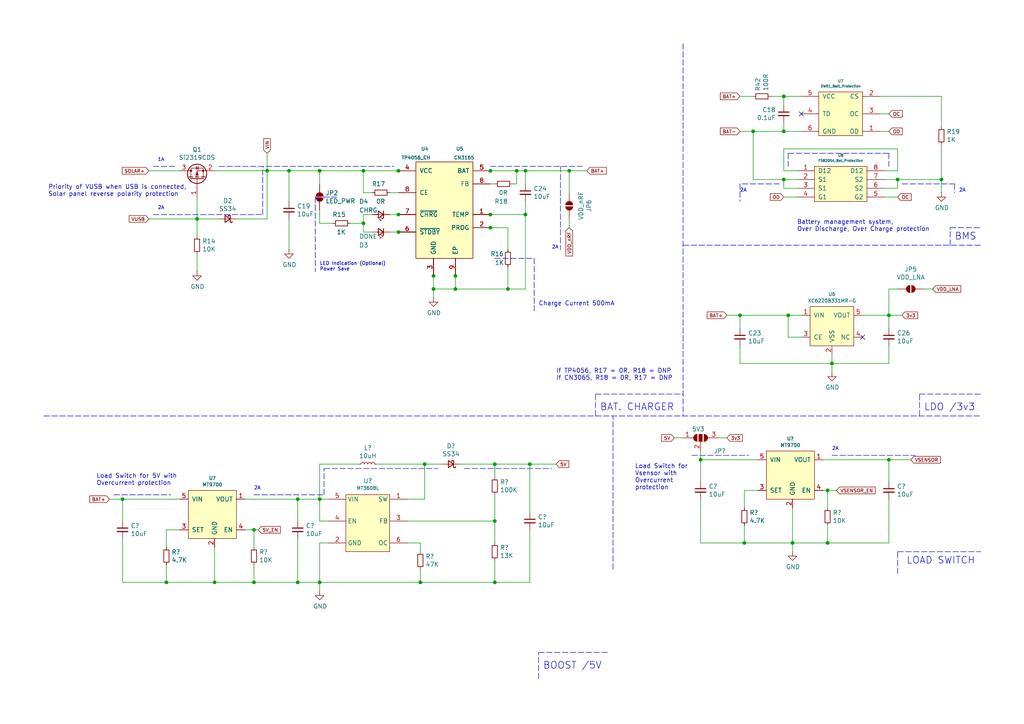
<source format=kicad_sch>
(kicad_sch (version 20250114) (generator "eeschema") (generator_version "9.0")
  (paper "A4")
  (title_block (date "2025-05-08"))
  (lib_symbols
    (symbol "Common:CN3065" (pin_names (offset 1.016))
      (property "Reference" "U" (at 1.27 12.7 0))
      (property "Value" "Common_CN3065" (at 0 2.54 0))
      (symbol "CN3065_0_1"
        (rectangle (start -8.89 11.43) (end 7.62 -16.51) (fill (type background)))
      )
      (symbol "CN3065_1_1"
        (pin input line (at -13.97 8.89 0) (length 5.08) (name "VCC") (number "4"))
        (pin passive line (at -13.97 -3.81 0) (length 5.08) (name "~{CHRG}") (number "7"))
        (pin passive line (at -13.97 -8.89 0) (length 5.08) (name "~{STDBY}") (number "6"))
        (pin passive line (at -3.81 -21.59 90) (length 5.08) (name "GND") (number "3"))
        (pin passive line (at 2.54 -21.59 90) (length 5.08) (name "EP") (number "9"))
        (pin input line (at 12.7 8.89 180) (length 5.08) (name "BAT") (number "5"))
        (pin input line (at 12.7 5.08 180) (length 5.08) (name "FB") (number "8"))
        (pin input line (at 12.7 -3.81 180) (length 5.08) (name "TEMP") (number "1"))
        (pin input line (at 12.7 -7.62 180) (length 5.08) (name "PROG") (number "2"))
      )
    )
    (symbol "Common:DW01_Batt_Protection" (pin_names (offset 1.016))
      (property "Reference" "U" (at 0 7.62 0))
      (property "Value" "Common_DW01_Batt_Protection" (at 0 -7.62 0))
      (symbol "DW01_Batt_Protection_0_1"
        (rectangle (start -6.35 6.35) (end 6.35 -6.35) (fill (type background)))
      )
      (symbol "DW01_Batt_Protection_1_1"
        (pin input line (at -11.43 5.08 0) (length 5.08) (name "VCC") (number "5"))
        (pin input line (at -11.43 0 0) (length 5.08) (name "TD") (number "4"))
        (pin input line (at -11.43 -5.08 0) (length 5.08) (name "GND") (number "6"))
        (pin input line (at 11.43 5.08 180) (length 5.08) (name "CS") (number "2"))
        (pin output line (at 11.43 0 180) (length 5.08) (name "OC") (number "3"))
        (pin output line (at 11.43 -5.08 180) (length 5.08) (name "OD") (number "1"))
      )
    )
    (symbol "Common:FS8205A_Bat_Protection" (pin_names (offset 1.016))
      (property "Reference" "U?" (at 0 6.35 0))
      (property "Value" "Common_FS8205A_Bat_Protection" (at 0 -6.35 0))
      (symbol "FS8205A_Bat_Protection_0_1"
        (rectangle (start -7.62 5.08) (end 7.62 -5.08) (fill (type background)))
      )
      (symbol "FS8205A_Bat_Protection_1_1"
        (pin passive line (at -12.7 3.81 0) (length 5.08) (name "D12") (number "1"))
        (pin input line (at -12.7 1.27 0) (length 5.08) (name "S1") (number "2"))
        (pin input line (at -12.7 -1.27 0) (length 5.08) (name "S1") (number "3"))
        (pin input line (at -12.7 -3.81 0) (length 5.08) (name "G1") (number "4"))
        (pin passive line (at 12.7 3.81 180) (length 5.08) (name "D12") (number "8"))
        (pin input line (at 12.7 1.27 180) (length 5.08) (name "S2") (number "7"))
        (pin input line (at 12.7 -1.27 180) (length 5.08) (name "S2") (number "6"))
        (pin input line (at 12.7 -3.81 180) (length 5.08) (name "G2") (number "5"))
      )
    )
    (symbol "Common:MT3608L"
      (property "Reference" "U" (at 0 8.89 0))
      (property "Value" "Common_MT3608L" (at 0 -10.16 0))
      (symbol "MT3608L_0_1"
        (rectangle (start -6.35 7.62) (end 6.35 -8.89) (fill (type background)))
      )
      (symbol "MT3608L_1_1"
        (pin passive line (at -11.43 6.35 0) (length 5.08) (name "VIN") (number "5"))
        (pin passive line (at -11.43 0 0) (length 5.08) (name "EN") (number "4"))
        (pin passive line (at -11.43 -6.35 0) (length 5.08) (name "GND") (number "2"))
        (pin passive line (at 11.43 6.35 180) (length 5.08) (name "SW") (number "1"))
        (pin passive line (at 11.43 0 180) (length 5.08) (name "FB") (number "3"))
        (pin passive line (at 11.43 -6.35 180) (length 5.08) (name "OC") (number "6"))
      )
    )
    (symbol "Common:MT9700" (pin_names (offset 1.016))
      (property "Reference" "U" (at -3.81 10.16 0))
      (property "Value" "Common_MT9700" (at -2.54 7.62 0))
      (symbol "MT9700_0_1"
        (rectangle (start -7.62 6.35) (end 6.35 -7.62) (fill (type background)))
      )
      (symbol "MT9700_1_1"
        (pin input line (at -10.16 3.81 0) (length 2.54) (name "VIN") (number "5"))
        (pin input line (at -10.16 -5.08 0) (length 2.54) (name "SET") (number "3"))
        (pin input line (at 0 -10.16 90) (length 2.54) (name "GND") (number "2"))
        (pin input line (at 8.89 3.81 180) (length 2.54) (name "VOUT") (number "1"))
        (pin input line (at 8.89 -5.08 180) (length 2.54) (name "EN") (number "4"))
      )
    )
    (symbol "Common:TP4056_CH" (pin_names (offset 1.016))
      (property "Reference" "U" (at 1.27 12.7 0))
      (property "Value" "Common_TP4056_CH" (at 0 2.54 0))
      (symbol "TP4056_CH_0_1"
        (rectangle (start -8.89 11.43) (end 7.62 -16.51) (fill (type background)))
      )
      (symbol "TP4056_CH_1_1"
        (pin input line (at -13.97 8.89 0) (length 5.08) (name "VCC") (number "4"))
        (pin input line (at -13.97 2.54 0) (length 5.08) (name "CE") (number "8"))
        (pin passive line (at -13.97 -3.81 0) (length 5.08) (name "~{CHRG}") (number "7"))
        (pin passive line (at -13.97 -8.89 0) (length 5.08) (name "~{STDBY}") (number "6"))
        (pin passive line (at -3.81 -21.59 90) (length 5.08) (name "GND") (number "3"))
        (pin passive line (at 2.54 -21.59 90) (length 5.08) (name "EP") (number "9"))
        (pin input line (at 12.7 8.89 180) (length 5.08) (name "BAT") (number "5"))
        (pin input line (at 12.7 -3.81 180) (length 5.08) (name "TEMP") (number "1"))
        (pin input line (at 12.7 -7.62 180) (length 5.08) (name "PROG") (number "2"))
      )
    )
    (symbol "Common:XC6220B331MR-G" (pin_names (offset 1.016))
      (property "Reference" "U?" (at 0 7.62 0))
      (property "Value" "Common_XC6220B331MR-G" (at 0 5.08 0))
      (symbol "XC6220B331MR-G_0_1"
        (rectangle (start -6.35 3.81) (end 6.35 -7.62) (fill (type background)))
      )
      (symbol "XC6220B331MR-G_1_1"
        (pin input line (at -8.89 1.27 0) (length 2.54) (name "VIN") (number "1"))
        (pin passive line (at -8.89 -5.08 0) (length 2.54) (name "CE") (number "3"))
        (pin input line (at 0 -10.16 90) (length 2.54) (name "VSS") (number "2"))
        (pin input line (at 8.89 1.27 180) (length 2.54) (name "VOUT") (number "5"))
        (pin passive line (at 8.89 -5.08 180) (length 2.54) (name "NC") (number "4"))
      )
    )
    (symbol "Device:C_Small" (pin_numbers (hide yes)) (pin_names (offset 0.254) (hide yes))
      (property "Reference" "C" (at 0.254 1.778 0))
      (property "Value" "C_Small" (at 0.254 -2.032 0))
      (symbol "C_Small_0_1"
        (polyline (pts (xy -1.524 0.508) (xy 1.524 0.508)) (stroke (width 0.3048)))
        (polyline (pts (xy -1.524 -0.508) (xy 1.524 -0.508)) (stroke (width 0.3302)))
      )
      (symbol "C_Small_1_1"
        (pin passive line (at 0 2.54 270) (length 2.032) (name "~") (number "1"))
        (pin passive line (at 0 -2.54 90) (length 2.032) (name "~") (number "2"))
      )
    )
    (symbol "Device:D_Schottky_Small" (pin_numbers (hide yes)) (pin_names (offset 0.254) (hide yes))
      (property "Reference" "D" (at -1.27 2.032 0))
      (property "Value" "D_Schottky_Small" (at -7.112 -2.032 0))
      (symbol "D_Schottky_Small_0_1"
        (polyline (pts (xy -1.27 0.762) (xy -1.27 1.016) (xy -0.762 1.016) (xy -0.762 -1.016) (xy -0.254 -1.016) (xy -0.254 -0.762)) (stroke (width 0.254)))
        (polyline (pts (xy -0.762 0) (xy 0.762 0)))
        (polyline (pts (xy 0.762 -1.016) (xy -0.762 0) (xy 0.762 1.016) (xy 0.762 -1.016)) (stroke (width 0.254)))
      )
      (symbol "D_Schottky_Small_1_1"
        (pin passive line (at -2.54 0 0) (length 1.778) (name "K") (number "1"))
        (pin passive line (at 2.54 0 180) (length 1.778) (name "A") (number "2"))
      )
    )
    (symbol "Device:LED_Small" (pin_numbers (hide yes)) (pin_names (offset 0.254) (hide yes))
      (property "Reference" "D" (at -1.27 3.175 0))
      (property "Value" "LED_Small" (at -4.445 -2.54 0))
      (symbol "LED_Small_0_1"
        (polyline (pts (xy -0.762 -1.016) (xy -0.762 1.016)) (stroke (width 0.254)))
        (polyline (pts (xy 0 0.762) (xy -0.508 1.27) (xy -0.254 1.27) (xy -0.508 1.27) (xy -0.508 1.016)))
        (polyline (pts (xy 0.508 1.27) (xy 0 1.778) (xy 0.254 1.778) (xy 0 1.778) (xy 0 1.524)))
        (polyline (pts (xy 0.762 -1.016) (xy -0.762 0) (xy 0.762 1.016) (xy 0.762 -1.016)) (stroke (width 0.254)))
        (polyline (pts (xy 1.016 0) (xy -0.762 0)))
      )
      (symbol "LED_Small_1_1"
        (pin passive line (at -2.54 0 0) (length 1.778) (name "K") (number "1"))
        (pin passive line (at 2.54 0 180) (length 1.778) (name "A") (number "2"))
      )
    )
    (symbol "Device:L_Small" (pin_numbers (hide yes)) (pin_names (offset 0.254) (hide yes))
      (property "Reference" "L" (at 0.762 1.016 0))
      (property "Value" "L_Small" (at 0.762 -1.016 0))
      (symbol "L_Small_0_1"
        (arc (start 0 2.032) (mid 0.5058 1.524) (end 0 1.016))
        (arc (start 0 1.016) (mid 0.5058 0.508) (end 0 0))
        (arc (start 0 0) (mid 0.5058 -0.508) (end 0 -1.016))
        (arc (start 0 -1.016) (mid 0.5058 -1.524) (end 0 -2.032))
      )
      (symbol "L_Small_1_1"
        (pin passive line (at 0 2.54 270) (length 0.508) (name "~") (number "1"))
        (pin passive line (at 0 -2.54 90) (length 0.508) (name "~") (number "2"))
      )
    )
    (symbol "Device:R_Small" (pin_numbers (hide yes)) (pin_names (offset 0.254) (hide yes))
      (property "Reference" "R" (at 0.762 0.508 0))
      (property "Value" "R_Small" (at 0.762 -1.016 0))
      (symbol "R_Small_0_1"
        (rectangle (start -0.762 1.778) (end 0.762 -1.778) (stroke (width 0.2032)))
      )
      (symbol "R_Small_1_1"
        (pin passive line (at 0 2.54 270) (length 0.762) (name "~") (number "1"))
        (pin passive line (at 0 -2.54 90) (length 0.762) (name "~") (number "2"))
      )
    )
    (symbol "Jumper:SolderJumper_2_Open" (pin_numbers (hide yes)) (pin_names (offset 0) (hide yes)) (exclude_from_sim yes) (in_bom no)
      (property "Reference" "JP" (at 0 2.032 0))
      (property "Value" "SolderJumper_2_Open" (at 0 -2.54 0))
      (symbol "SolderJumper_2_Open_0_1"
        (polyline (pts (xy -0.254 1.016) (xy -0.254 -1.016)))
        (arc (start -0.254 -1.016) (mid -1.2656 0) (end -0.254 1.016))
        (arc (start -0.254 -1.016) (mid -1.2656 0) (end -0.254 1.016) (fill (type outline)))
        (arc (start 0.254 1.016) (mid 1.2656 0) (end 0.254 -1.016))
        (arc (start 0.254 1.016) (mid 1.2656 0) (end 0.254 -1.016) (fill (type outline)))
        (polyline (pts (xy 0.254 1.016) (xy 0.254 -1.016)))
      )
      (symbol "SolderJumper_2_Open_1_1"
        (pin passive line (at -3.81 0 0) (length 2.54) (name "A") (number "1"))
        (pin passive line (at 3.81 0 180) (length 2.54) (name "B") (number "2"))
      )
    )
    (symbol "Jumper:SolderJumper_3_Open" (pin_names (offset 0) (hide yes)) (exclude_from_sim yes) (in_bom no)
      (property "Reference" "JP" (at -2.54 -2.54 0))
      (property "Value" "SolderJumper_3_Open" (at 0 2.794 0))
      (symbol "SolderJumper_3_Open_0_1"
        (polyline (pts (xy -2.54 0) (xy -2.032 0)))
        (polyline (pts (xy -1.016 1.016) (xy -1.016 -1.016)))
        (arc (start -1.016 -1.016) (mid -2.0276 0) (end -1.016 1.016))
        (arc (start -1.016 -1.016) (mid -2.0276 0) (end -1.016 1.016) (fill (type outline)))
        (rectangle (start -0.508 1.016) (end 0.508 -1.016) (fill (type outline)))
        (polyline (pts (xy 0 -1.27) (xy 0 -1.016)))
        (arc (start 1.016 1.016) (mid 2.0276 0) (end 1.016 -1.016))
        (arc (start 1.016 1.016) (mid 2.0276 0) (end 1.016 -1.016) (fill (type outline)))
        (polyline (pts (xy 1.016 1.016) (xy 1.016 -1.016)))
        (polyline (pts (xy 2.54 0) (xy 2.032 0)))
      )
      (symbol "SolderJumper_3_Open_1_1"
        (pin passive line (at -5.08 0 0) (length 2.54) (name "A") (number "1"))
        (pin passive line (at 0 -3.81 90) (length 2.54) (name "C") (number "2"))
        (pin passive line (at 5.08 0 180) (length 2.54) (name "B") (number "3"))
      )
    )
    (symbol "Transistor_FET:Si2319CDS" (pin_names (hide yes))
      (property "Reference" "Q" (at 5.08 1.905 0))
      (property "Value" "Si2319CDS" (at 5.08 0 0))
      (symbol "Si2319CDS_0_1"
        (polyline (pts (xy 0.254 1.905) (xy 0.254 -1.905)) (stroke (width 0.254)))
        (polyline (pts (xy 0.254 0) (xy -2.54 0)))
        (polyline (pts (xy 0.762 2.286) (xy 0.762 1.27)) (stroke (width 0.254)))
        (polyline (pts (xy 0.762 1.778) (xy 3.302 1.778) (xy 3.302 -1.778) (xy 0.762 -1.778)))
        (polyline (pts (xy 0.762 0.508) (xy 0.762 -0.508)) (stroke (width 0.254)))
        (polyline (pts (xy 0.762 -1.27) (xy 0.762 -2.286)) (stroke (width 0.254)))
        (circle (center 1.651 0) (radius 2.794) (stroke (width 0.254)))
        (polyline (pts (xy 2.286 0) (xy 1.27 0.381) (xy 1.27 -0.381) (xy 2.286 0)) (fill (type outline)))
        (polyline (pts (xy 2.54 2.54) (xy 2.54 1.778)))
        (circle (center 2.54 1.778) (radius 0.254) (fill (type outline)))
        (circle (center 2.54 -1.778) (radius 0.254) (fill (type outline)))
        (polyline (pts (xy 2.54 -2.54) (xy 2.54 0) (xy 0.762 0)))
        (polyline (pts (xy 2.794 -0.508) (xy 2.921 -0.381) (xy 3.683 -0.381) (xy 3.81 -0.254)))
        (polyline (pts (xy 3.302 -0.381) (xy 2.921 0.254) (xy 3.683 0.254) (xy 3.302 -0.381)))
      )
      (symbol "Si2319CDS_1_1"
        (pin input line (at -5.08 0 0) (length 2.54) (name "G") (number "1"))
        (pin passive line (at 2.54 5.08 270) (length 2.54) (name "D") (number "3"))
        (pin passive line (at 2.54 -5.08 90) (length 2.54) (name "S") (number "2"))
      )
    )
    (symbol "power:GND" (power) (pin_numbers (hide yes)) (pin_names (offset 0) (hide yes))
      (property "Value" "GND" (at 0 -3.81 0))
      (symbol "GND_0_1"
        (polyline (pts (xy 0 0) (xy 0 -1.27) (xy 1.27 -1.27) (xy 0 -2.54) (xy -1.27 -1.27) (xy 0 -1.27)))
      )
      (symbol "GND_1_1"
        (pin power_in line (at 0 0 270) (length 0) (name "~") (number "1"))
      )
    )
  )
  (text "2A" (at 45.72 60.96 0) (effects (font (size 0.9906 0.9906)) (justify left bottom)))
  (text "Charge Current 500mA" (at 156.21 88.9 0) (effects (font (size 1.27 1.27)) (justify left bottom)))
  (text "Load Switch for 5V with \nOvercurrent protection" (at 27.94 140.97 0) (effects (font (size 1.27 1.27)) (justify left bottom)))
  (text "LOAD SWITCH" (at 262.89 163.83 0) (effects (font (size 2.0066 2.0066)) (justify left bottom)))
  (text "BAT. CHARGER" (at 173.99 119.38 0) (effects (font (size 2.0066 2.0066)) (justify left bottom)))
  (text "2A" (at 278.13 55.88 0) (effects (font (size 0.9906 0.9906)) (justify left bottom)))
  (text "2A" (at 160.02 72.39 0) (effects (font (size 0.9906 0.9906)) (justify left bottom)))
  (text "2A" (at 214.63 55.88 0) (effects (font (size 0.9906 0.9906)) (justify left bottom)))
  (text "2A" (at 73.66 142.24 0) (effects (font (size 0.9906 0.9906)) (justify left bottom)))
  (text "If TP4056, R17 = 0R, R18 = DNP\nIf CN3065, R18 = 0R, R17 = DNP\n" (at 161.29 110.49 0) (effects (font (size 1.27 1.27)) (justify left bottom)))
  (text "Priority of VUSB when USB is connected, \nSolar panel reverse polarity protection" (at 13.97 57.15 0) (effects (font (size 1.27 1.27)) (justify left bottom)))
  (text "BMS" (at 276.86 69.85 0) (effects (font (size 2.0066 2.0066)) (justify left bottom)))
  (text "LED Indication (Optional) \nPower Save" (at 92.71 78.74 0) (effects (font (size 0.9906 0.9906)) (justify left bottom)))
  (text "LDO /3v3" (at 267.97 119.38 0) (effects (font (size 2.0066 2.0066)) (justify left bottom)))
  (text "BOOST /5V" (at 157.48 194.31 0) (effects (font (size 2.0066 2.0066)) (justify left bottom)))
  (text "Load Switch for \nVsensor with \nOvercurrent \nprotection" (at 184.15 142.24 0) (effects (font (size 1.27 1.27)) (justify left bottom)))
  (text "Battery management system,\nOver Discharge, Over Charge protection" (at 231.14 67.31 0) (effects (font (size 1.27 1.27)) (justify left bottom)))
  (text "1A" (at 45.72 46.99 0) (effects (font (size 0.9906 0.9906)) (justify left bottom)))
  (text "2A" (at 241.3 130.81 0) (effects (font (size 0.9906 0.9906)) (justify left bottom)))
  (junction (at 115.57 62.23))
  (junction (at 115.57 49.53))
  (junction (at 105.41 49.53))
  (junction (at 153.67 134.62))
  (junction (at 57.15 63.5))
  (junction (at 125.73 83.82))
  (junction (at 260.35 52.07))
  (junction (at 125.73 80.01))
  (junction (at 241.3 105.41))
  (junction (at 83.82 49.53))
  (junction (at 273.05 52.07))
  (junction (at 92.71 168.91))
  (junction (at 228.6 91.44))
  (junction (at 123.19 134.62))
  (junction (at 227.33 52.07))
  (junction (at 227.33 38.1))
  (junction (at 86.36 168.91))
  (junction (at 132.08 83.82))
  (junction (at 142.24 49.53))
  (junction (at 86.36 144.78))
  (junction (at 240.03 142.24))
  (junction (at 115.57 67.31))
  (junction (at 203.2 133.35))
  (junction (at 132.08 80.01))
  (junction (at 257.81 91.44))
  (junction (at 73.66 168.91))
  (junction (at 143.51 168.91))
  (junction (at 149.86 49.53))
  (junction (at 121.92 168.91))
  (junction (at 143.51 134.62))
  (junction (at 227.33 27.94))
  (junction (at 142.24 66.04))
  (junction (at 77.47 49.53))
  (junction (at 152.4 49.53))
  (junction (at 92.71 49.53))
  (junction (at 152.4 62.23))
  (junction (at 35.56 144.78))
  (junction (at 73.66 153.67))
  (junction (at 214.63 91.44))
  (junction (at 218.44 38.1))
  (junction (at 229.87 157.48))
  (junction (at 215.9 157.48))
  (junction (at 240.03 157.48))
  (junction (at 143.51 151.13))
  (junction (at 92.71 144.78))
  (junction (at 165.1 49.53))
  (junction (at 142.24 62.23))
  (junction (at 48.26 168.91))
  (junction (at 105.41 64.77))
  (junction (at 257.81 133.35))
  (junction (at 147.32 83.82))
  (junction (at 62.23 168.91))
  (no_connect (at 232.41 33.02))
  (no_connect (at 250.19 97.79))
  (wire (pts (xy 229.87 147.32) (xy 229.87 157.48)))
  (wire (pts (xy 105.41 67.31) (xy 107.95 67.31)))
  (wire (pts (xy 143.51 162.56) (xy 143.51 168.91)))
  (wire (pts (xy 260.35 83.82) (xy 257.81 83.82)))
  (wire (pts (xy 105.41 62.23) (xy 105.41 64.77)))
  (wire (pts (xy 142.24 62.23) (xy 152.4 62.23)))
  (wire (pts (xy 71.12 153.67) (xy 73.66 153.67)))
  (wire (pts (xy 92.71 134.62) (xy 92.71 144.78)))
  (wire (pts (xy 62.23 158.75) (xy 62.23 168.91)))
  (wire (pts (xy 118.11 151.13) (xy 143.51 151.13)))
  (wire (pts (xy 228.6 91.44) (xy 232.41 91.44)))
  (wire (pts (xy 219.71 142.24) (xy 215.9 142.24)))
  (wire (pts (xy 107.95 55.88) (xy 105.41 55.88)))
  (polyline (pts (xy 198.12 71.12) (xy 284.48 71.12)) (stroke (width 0) (type dash)))
  (wire (pts (xy 95.25 151.13) (xy 92.71 151.13)))
  (wire (pts (xy 240.03 157.48) (xy 257.81 157.48)))
  (wire (pts (xy 132.08 83.82) (xy 132.08 80.01)))
  (wire (pts (xy 62.23 49.53) (xy 77.47 49.53)))
  (polyline (pts (xy 76.2 62.23) (xy 76.2 48.26)) (stroke (width 0) (type dash)))
  (wire (pts (xy 240.03 152.4) (xy 240.03 157.48)))
  (wire (pts (xy 48.26 163.83) (xy 48.26 168.91)))
  (wire (pts (xy 113.03 55.88) (xy 115.57 55.88)))
  (wire (pts (xy 118.11 157.48) (xy 121.92 157.48)))
  (wire (pts (xy 35.56 144.78) (xy 31.75 144.78)))
  (wire (pts (xy 227.33 49.53) (xy 227.33 43.18)))
  (polyline (pts (xy 228.6 44.45) (xy 228.6 48.26)) (stroke (width 0) (type dash)))
  (wire (pts (xy 92.71 64.77) (xy 96.52 64.77)))
  (wire (pts (xy 152.4 83.82) (xy 147.32 83.82)))
  (wire (pts (xy 92.71 168.91) (xy 92.71 157.48)))
  (wire (pts (xy 260.35 43.18) (xy 260.35 49.53)))
  (wire (pts (xy 52.07 153.67) (xy 48.26 153.67)))
  (wire (pts (xy 143.51 138.43) (xy 143.51 134.62)))
  (wire (pts (xy 123.19 144.78) (xy 118.11 144.78)))
  (wire (pts (xy 142.24 49.53) (xy 149.86 49.53)))
  (wire (pts (xy 73.66 158.75) (xy 73.66 153.67)))
  (wire (pts (xy 83.82 49.53) (xy 92.71 49.53)))
  (wire (pts (xy 227.33 52.07) (xy 227.33 54.61)))
  (wire (pts (xy 83.82 63.5) (xy 83.82 72.39)))
  (wire (pts (xy 105.41 64.77) (xy 105.41 67.31)))
  (polyline (pts (xy 97.79 57.15) (xy 91.44 57.15)) (stroke (width 0) (type dash)))
  (wire (pts (xy 133.35 134.62) (xy 143.51 134.62)))
  (wire (pts (xy 35.56 151.13) (xy 35.56 144.78)))
  (wire (pts (xy 255.27 27.94) (xy 273.05 27.94)))
  (wire (pts (xy 165.1 49.53) (xy 165.1 55.88)))
  (wire (pts (xy 260.35 49.53) (xy 256.54 49.53)))
  (wire (pts (xy 57.15 63.5) (xy 43.18 63.5)))
  (wire (pts (xy 215.9 142.24) (xy 215.9 147.32)))
  (wire (pts (xy 238.76 142.24) (xy 240.03 142.24)))
  (wire (pts (xy 214.63 91.44) (xy 210.82 91.44)))
  (wire (pts (xy 228.6 91.44) (xy 228.6 97.79)))
  (polyline (pts (xy 257.81 44.45) (xy 257.81 48.26)) (stroke (width 0) (type dash)))
  (polyline (pts (xy 93.98 135.89) (xy 127 135.89)) (stroke (width 0) (type dash)))
  (wire (pts (xy 227.33 54.61) (xy 231.14 54.61)))
  (wire (pts (xy 240.03 142.24) (xy 242.57 142.24)))
  (wire (pts (xy 57.15 63.5) (xy 57.15 57.15)))
  (wire (pts (xy 203.2 139.7) (xy 203.2 133.35)))
  (wire (pts (xy 195.58 127) (xy 198.12 127)))
  (wire (pts (xy 257.81 91.44) (xy 261.62 91.44)))
  (wire (pts (xy 83.82 58.42) (xy 83.82 49.53)))
  (wire (pts (xy 257.81 100.33) (xy 257.81 105.41)))
  (wire (pts (xy 77.47 63.5) (xy 77.47 49.53)))
  (wire (pts (xy 73.66 163.83) (xy 73.66 168.91)))
  (wire (pts (xy 257.81 144.78) (xy 257.81 157.48)))
  (wire (pts (xy 92.71 168.91) (xy 121.92 168.91)))
  (wire (pts (xy 123.19 134.62) (xy 123.19 144.78)))
  (wire (pts (xy 229.87 157.48) (xy 240.03 157.48)))
  (wire (pts (xy 125.73 86.36) (xy 125.73 83.82)))
  (wire (pts (xy 86.36 156.21) (xy 86.36 168.91)))
  (wire (pts (xy 214.63 38.1) (xy 218.44 38.1)))
  (wire (pts (xy 260.35 57.15) (xy 256.54 57.15)))
  (wire (pts (xy 232.41 27.94) (xy 227.33 27.94)))
  (polyline (pts (xy 261.62 53.34) (xy 276.86 53.34)) (stroke (width 0) (type dash)))
  (polyline (pts (xy 275.59 71.12) (xy 275.59 66.04)) (stroke (width 0) (type dash)))
  (wire (pts (xy 121.92 157.48) (xy 121.92 160.02)))
  (polyline (pts (xy 275.59 66.04) (xy 284.48 66.04)) (stroke (width 0) (type dash)))
  (polyline (pts (xy 93.98 143.51) (xy 93.98 135.89)) (stroke (width 0) (type dash)))
  (wire (pts (xy 273.05 52.07) (xy 273.05 55.88)))
  (wire (pts (xy 152.4 49.53) (xy 165.1 49.53)))
  (wire (pts (xy 231.14 57.15) (xy 227.33 57.15)))
  (wire (pts (xy 125.73 80.01) (xy 125.73 83.82)))
  (wire (pts (xy 107.95 62.23) (xy 105.41 62.23)))
  (wire (pts (xy 43.18 49.53) (xy 52.07 49.53)))
  (wire (pts (xy 35.56 168.91) (xy 48.26 168.91)))
  (wire (pts (xy 273.05 27.94) (xy 273.05 36.83)))
  (wire (pts (xy 227.33 38.1) (xy 232.41 38.1)))
  (wire (pts (xy 153.67 134.62) (xy 161.29 134.62)))
  (wire (pts (xy 153.67 168.91) (xy 143.51 168.91)))
  (wire (pts (xy 142.24 66.04) (xy 147.32 66.04)))
  (wire (pts (xy 241.3 105.41) (xy 241.3 107.95)))
  (wire (pts (xy 104.14 134.62) (xy 92.71 134.62)))
  (wire (pts (xy 132.08 83.82) (xy 147.32 83.82)))
  (polyline (pts (xy 63.5 48.26) (xy 114.3 48.26)) (stroke (width 0) (type dash)))
  (wire (pts (xy 62.23 168.91) (xy 73.66 168.91)))
  (wire (pts (xy 92.71 49.53) (xy 105.41 49.53)))
  (wire (pts (xy 214.63 91.44) (xy 228.6 91.44)))
  (wire (pts (xy 215.9 157.48) (xy 229.87 157.48)))
  (wire (pts (xy 257.81 95.25) (xy 257.81 91.44)))
  (polyline (pts (xy 276.86 53.34) (xy 276.86 55.88)) (stroke (width 0) (type dash)))
  (wire (pts (xy 240.03 147.32) (xy 240.03 142.24)))
  (polyline (pts (xy 177.8 165.1) (xy 177.8 120.65)) (stroke (width 0) (type dash)))
  (wire (pts (xy 143.51 168.91) (xy 121.92 168.91)))
  (wire (pts (xy 48.26 168.91) (xy 62.23 168.91)))
  (wire (pts (xy 255.27 33.02) (xy 257.81 33.02)))
  (wire (pts (xy 92.71 60.96) (xy 92.71 64.77)))
  (wire (pts (xy 86.36 144.78) (xy 86.36 151.13)))
  (wire (pts (xy 260.35 52.07) (xy 273.05 52.07)))
  (wire (pts (xy 241.3 102.87) (xy 241.3 105.41)))
  (wire (pts (xy 152.4 62.23) (xy 152.4 83.82)))
  (wire (pts (xy 257.81 133.35) (xy 257.81 139.7)))
  (wire (pts (xy 105.41 55.88) (xy 105.41 49.53)))
  (polyline (pts (xy 241.3 132.08) (xy 265.43 132.08)) (stroke (width 0) (type dash)))
  (polyline (pts (xy 200.66 132.08) (xy 217.17 132.08)) (stroke (width 0) (type dash)))
  (polyline (pts (xy 260.35 160.02) (xy 284.48 160.02)) (stroke (width 0) (type dash)))
  (wire (pts (xy 95.25 144.78) (xy 92.71 144.78)))
  (wire (pts (xy 208.28 127) (xy 210.82 127)))
  (wire (pts (xy 257.81 105.41) (xy 241.3 105.41)))
  (wire (pts (xy 203.2 157.48) (xy 215.9 157.48)))
  (wire (pts (xy 143.51 151.13) (xy 143.51 143.51)))
  (wire (pts (xy 214.63 95.25) (xy 214.63 91.44)))
  (wire (pts (xy 92.71 144.78) (xy 86.36 144.78)))
  (wire (pts (xy 86.36 168.91) (xy 92.71 168.91)))
  (polyline (pts (xy 172.72 114.3) (xy 198.12 114.3)) (stroke (width 0) (type dash)))
  (polyline (pts (xy 266.7 114.3) (xy 284.48 114.3)) (stroke (width 0) (type dash)))
  (polyline (pts (xy 143.51 74.93) (xy 154.94 74.93)) (stroke (width 0) (type dash)))
  (wire (pts (xy 143.51 151.13) (xy 143.51 157.48)))
  (wire (pts (xy 227.33 52.07) (xy 218.44 52.07)))
  (wire (pts (xy 231.14 49.53) (xy 227.33 49.53)))
  (wire (pts (xy 52.07 144.78) (xy 35.56 144.78)))
  (polyline (pts (xy 134.62 135.89) (xy 160.02 135.89)) (stroke (width 0) (type dash)))
  (polyline (pts (xy 44.45 48.26) (xy 50.8 48.26)) (stroke (width 0) (type dash)))
  (wire (pts (xy 105.41 49.53) (xy 115.57 49.53)))
  (wire (pts (xy 152.4 49.53) (xy 152.4 53.34)))
  (wire (pts (xy 152.4 58.42) (xy 152.4 62.23)))
  (wire (pts (xy 214.63 105.41) (xy 241.3 105.41)))
  (wire (pts (xy 92.71 49.53) (xy 92.71 53.34)))
  (wire (pts (xy 203.2 130.81) (xy 203.2 133.35)))
  (wire (pts (xy 147.32 66.04) (xy 147.32 72.39)))
  (wire (pts (xy 227.33 43.18) (xy 260.35 43.18)))
  (wire (pts (xy 63.5 63.5) (xy 57.15 63.5)))
  (polyline (pts (xy 154.94 74.93) (xy 154.94 90.17)) (stroke (width 0) (type dash)))
  (wire (pts (xy 86.36 144.78) (xy 71.12 144.78)))
  (polyline (pts (xy 226.06 53.34) (xy 214.63 53.34)) (stroke (width 0) (type dash)))
  (polyline (pts (xy 260.35 166.37) (xy 260.35 160.02)) (stroke (width 0) (type dash)))
  (wire (pts (xy 128.27 134.62) (xy 123.19 134.62)))
  (wire (pts (xy 229.87 160.02) (xy 229.87 157.48)))
  (wire (pts (xy 101.6 64.77) (xy 105.41 64.77)))
  (wire (pts (xy 223.52 27.94) (xy 227.33 27.94)))
  (wire (pts (xy 92.71 151.13) (xy 92.71 144.78)))
  (wire (pts (xy 68.58 63.5) (xy 77.47 63.5)))
  (polyline (pts (xy 172.72 120.65) (xy 172.72 114.3)) (stroke (width 0) (type dash)))
  (polyline (pts (xy 44.45 62.23) (xy 76.2 62.23)) (stroke (width 0) (type dash)))
  (wire (pts (xy 57.15 63.5) (xy 57.15 68.58)))
  (wire (pts (xy 57.15 73.66) (xy 57.15 78.74)))
  (polyline (pts (xy 73.66 143.51) (xy 93.98 143.51)) (stroke (width 0) (type dash)))
  (wire (pts (xy 121.92 168.91) (xy 121.92 165.1)))
  (polyline (pts (xy 156.21 196.85) (xy 156.21 189.23)) (stroke (width 0) (type dash)))
  (wire (pts (xy 260.35 54.61) (xy 256.54 54.61)))
  (wire (pts (xy 260.35 52.07) (xy 260.35 54.61)))
  (wire (pts (xy 109.22 134.62) (xy 123.19 134.62)))
  (wire (pts (xy 73.66 153.67) (xy 74.93 153.67)))
  (polyline (pts (xy 198.12 12.7) (xy 198.12 120.65)) (stroke (width 0) (type dash)))
  (wire (pts (xy 273.05 41.91) (xy 273.05 52.07)))
  (wire (pts (xy 143.51 53.34) (xy 142.24 53.34)))
  (wire (pts (xy 218.44 38.1) (xy 227.33 38.1)))
  (polyline (pts (xy 156.21 189.23) (xy 176.53 189.23)) (stroke (width 0) (type dash)))
  (polyline (pts (xy 214.63 53.34) (xy 214.63 58.42)) (stroke (width 0) (type dash)))
  (wire (pts (xy 257.81 83.82) (xy 257.81 91.44)))
  (wire (pts (xy 250.19 91.44) (xy 257.81 91.44)))
  (wire (pts (xy 214.63 27.94) (xy 218.44 27.94)))
  (wire (pts (xy 147.32 83.82) (xy 147.32 77.47)))
  (wire (pts (xy 115.57 62.23) (xy 113.03 62.23)))
  (wire (pts (xy 215.9 152.4) (xy 215.9 157.48)))
  (wire (pts (xy 77.47 49.53) (xy 77.47 44.45)))
  (wire (pts (xy 83.82 49.53) (xy 77.47 49.53)))
  (wire (pts (xy 148.59 53.34) (xy 149.86 53.34)))
  (wire (pts (xy 256.54 52.07) (xy 260.35 52.07)))
  (wire (pts (xy 35.56 156.21) (xy 35.56 168.91)))
  (wire (pts (xy 153.67 153.67) (xy 153.67 168.91)))
  (polyline (pts (xy 12.7 120.65) (xy 284.48 120.65)) (stroke (width 0) (type dash)))
  (wire (pts (xy 214.63 105.41) (xy 214.63 100.33)))
  (wire (pts (xy 165.1 66.04) (xy 165.1 63.5)))
  (wire (pts (xy 48.26 153.67) (xy 48.26 158.75)))
  (wire (pts (xy 231.14 52.07) (xy 227.33 52.07)))
  (wire (pts (xy 227.33 30.48) (xy 227.33 27.94)))
  (wire (pts (xy 149.86 49.53) (xy 152.4 49.53)))
  (wire (pts (xy 228.6 97.79) (xy 232.41 97.79)))
  (polyline (pts (xy 142.24 48.26) (xy 168.91 48.26)) (stroke (width 0) (type dash)))
  (wire (pts (xy 257.81 133.35) (xy 238.76 133.35)))
  (polyline (pts (xy 91.44 57.15) (xy 91.44 78.74)) (stroke (width 0) (type dash)))
  (wire (pts (xy 165.1 49.53) (xy 170.18 49.53)))
  (wire (pts (xy 203.2 144.78) (xy 203.2 157.48)))
  (wire (pts (xy 143.51 134.62) (xy 153.67 134.62)))
  (wire (pts (xy 92.71 168.91) (xy 92.71 171.45)))
  (polyline (pts (xy 266.7 120.65) (xy 266.7 114.3)) (stroke (width 0) (type dash)))
  (wire (pts (xy 264.16 133.35) (xy 257.81 133.35)))
  (polyline (pts (xy 162.56 48.26) (xy 162.56 72.39)) (stroke (width 0) (type dash)))
  (wire (pts (xy 113.03 67.31) (xy 115.57 67.31)))
  (wire (pts (xy 219.71 133.35) (xy 203.2 133.35)))
  (wire (pts (xy 73.66 168.91) (xy 86.36 168.91)))
  (wire (pts (xy 255.27 38.1) (xy 257.81 38.1)))
  (wire (pts (xy 153.67 148.59) (xy 153.67 134.62)))
  (wire (pts (xy 270.51 83.82) (xy 267.97 83.82)))
  (wire (pts (xy 218.44 38.1) (xy 218.44 52.07)))
  (polyline (pts (xy 33.02 143.51) (xy 49.53 143.51)) (stroke (width 0) (type dash)))
  (wire (pts (xy 92.71 157.48) (xy 95.25 157.48)))
  (wire (pts (xy 125.73 83.82) (xy 132.08 83.82)))
  (wire (pts (xy 227.33 35.56) (xy 227.33 38.1)))
  (polyline (pts (xy 228.6 44.45) (xy 257.81 44.45)) (stroke (width 0) (type dash)))
  (wire (pts (xy 149.86 53.34) (xy 149.86 49.53)))
  (global_label "OC" (shape input) (at 260.35 57.15 0) (effects (font (size 0.9906 0.9906))) (property "Intersheetrefs" "${INTERSHEET_REFS}" (effects (hide yes))))
  (global_label "SOLAR+" (shape input) (at 43.18 49.53 180) (effects (font (size 0.9906 0.9906))) (property "Intersheetrefs" "${INTERSHEET_REFS}" (effects (hide yes))))
  (global_label "VDD_LNA" (shape input) (at 270.51 83.82 0) (effects (font (size 0.9906 0.9906))) (property "Intersheetrefs" "${INTERSHEET_REFS}" (effects (hide yes))))
  (global_label "OC" (shape input) (at 257.81 33.02 0) (effects (font (size 0.9906 0.9906))) (property "Intersheetrefs" "${INTERSHEET_REFS}" (effects (hide yes))))
  (global_label "VIN" (shape input) (at 77.47 44.45 90) (effects (font (size 0.9906 0.9906))) (property "Intersheetrefs" "${INTERSHEET_REFS}" (effects (hide yes))))
  (global_label "BAT+" (shape input) (at 210.82 91.44 180) (effects (font (size 0.9906 0.9906))) (property "Intersheetrefs" "${INTERSHEET_REFS}" (effects (hide yes))))
  (global_label "OD" (shape input) (at 227.33 57.15 180) (effects (font (size 0.9906 0.9906))) (property "Intersheetrefs" "${INTERSHEET_REFS}" (effects (hide yes))))
  (global_label "BAT-" (shape input) (at 214.63 38.1 180) (effects (font (size 0.9906 0.9906))) (property "Intersheetrefs" "${INTERSHEET_REFS}" (effects (hide yes))))
  (global_label "VDD_nRF" (shape input) (at 165.1 66.04 270) (effects (font (size 0.9906 0.9906))) (property "Intersheetrefs" "${INTERSHEET_REFS}" (effects (hide yes))))
  (global_label "5V" (shape input) (at 161.29 134.62 0) (effects (font (size 0.9906 0.9906))) (property "Intersheetrefs" "${INTERSHEET_REFS}" (effects (hide yes))))
  (global_label "BAT+" (shape input) (at 31.75 144.78 180) (effects (font (size 0.9906 0.9906))) (property "Intersheetrefs" "${INTERSHEET_REFS}" (effects (hide yes))))
  (global_label "3v3" (shape input) (at 261.62 91.44 0) (effects (font (size 0.9906 0.9906))) (property "Intersheetrefs" "${INTERSHEET_REFS}" (effects (hide yes))))
  (global_label "VSENSOR_EN" (shape input) (at 242.57 142.24 0) (effects (font (size 0.9906 0.9906))) (property "Intersheetrefs" "${INTERSHEET_REFS}" (effects (hide yes))))
  (global_label "OD" (shape input) (at 257.81 38.1 0) (effects (font (size 0.9906 0.9906))) (property "Intersheetrefs" "${INTERSHEET_REFS}" (effects (hide yes))))
  (global_label "5V_EN" (shape input) (at 74.93 153.67 0) (effects (font (size 0.9906 0.9906))) (property "Intersheetrefs" "${INTERSHEET_REFS}" (effects (hide yes))))
  (global_label "3v3" (shape input) (at 210.82 127 0) (effects (font (size 0.9906 0.9906))) (property "Intersheetrefs" "${INTERSHEET_REFS}" (effects (hide yes))))
  (global_label "VUSB" (shape input) (at 43.18 63.5 180) (effects (font (size 0.9906 0.9906))) (property "Intersheetrefs" "${INTERSHEET_REFS}" (effects (hide yes))))
  (global_label "BAT+" (shape input) (at 214.63 27.94 180) (effects (font (size 0.9906 0.9906))) (property "Intersheetrefs" "${INTERSHEET_REFS}" (effects (hide yes))))
  (global_label "VSENSOR" (shape input) (at 264.16 133.35 0) (effects (font (size 0.9906 0.9906))) (property "Intersheetrefs" "${INTERSHEET_REFS}" (effects (hide yes))))
  (global_label "BAT+" (shape input) (at 170.18 49.53 0) (effects (font (size 0.9906 0.9906))) (property "Intersheetrefs" "${INTERSHEET_REFS}" (effects (hide yes))))
  (global_label "5V" (shape input) (at 195.58 127 180) (effects (font (size 0.9906 0.9906))) (property "Intersheetrefs" "${INTERSHEET_REFS}" (effects (hide yes))))
  (symbol (lib_id "Device:LED_Small") (at 110.49 62.23 180) (unit 1)
    (property "Reference" "D4" (at 104.14 58.42 0) (effects (justify right)))
    (property "Value" "CHRG" (at 104.14 60.96 0) (effects (justify right)))
    (property "Footprint" "LED_SMD:LED_0603_1608Metric" (effects (hide yes)))
  )
  (symbol (lib_id "Device:LED_Small") (at 110.49 67.31 180) (unit 1)
    (property "Reference" "D3" (at 104.14 71.12 0) (effects (justify right)))
    (property "Value" "DONE" (at 104.14 68.58 0) (effects (justify right)))
    (property "Footprint" "LED_SMD:LED_0603_1608Metric" (effects (hide yes)))
  )
  (symbol (lib_id "power:GND") (at 83.82 72.39 0) (unit 1)
    (property "Reference" "#PWR017" (effects (hide yes)))
    (property "Value" "GND" (at 83.947 76.7842 0))
  )
  (symbol (lib_id "Device:C_Small") (at 83.82 60.96 0) (unit 1)
    (property "Reference" "C19" (at 86.1568 59.7916 0) (effects (justify left)))
    (property "Value" "10uF" (at 86.1568 62.103 0) (effects (justify left)))
    (property "Footprint" "Capacitor_SMD:C_0603_1608Metric" (effects (hide yes)))
  )
  (symbol (lib_id "Device:C_Small") (at 152.4 55.88 0) (unit 1)
    (property "Reference" "C24" (at 154.7368 54.7116 0) (effects (justify left)))
    (property "Value" "10uF" (at 154.7368 57.023 0) (effects (justify left)))
    (property "Footprint" "Capacitor_SMD:C_0603_1608Metric" (effects (hide yes)))
  )
  (symbol (lib_id "Transistor_FET:Si2319CDS") (at 57.15 52.07 90) (unit 1)
    (property "Reference" "Q1" (at 57.15 43.3832 90))
    (property "Value" "Si2319CDS" (at 57.15 45.6946 90))
    (property "Footprint" "Package_TO_SOT_SMD:SOT-23" (effects (hide yes)))
    (property "Datasheet" "http://www.vishay.com/docs/66709/si2319cd.pdf" (effects (hide yes)))
  )
  (symbol (lib_id "Common:TP4056_CH") (at 129.54 58.42 0) (unit 1)
    (property "Reference" "U4" (at 123.19 43.18 0) (effects (font (size 0.9906 0.9906))))
    (property "Value" "TP4056_CH" (at 120.65 45.72 0) (effects (font (size 0.9906 0.9906))))
    (property "Footprint" "Common:SOP-8" (effects (hide yes)))
    (property "Datasheet" "https://dlnmh9ip6v2uc.cloudfront.net/datasheets/Prototyping/TP4056.pdf" (effects (hide yes)))
  )
  (symbol (lib_id "Common:XC6220B331MR-G") (at 241.3 92.71 0) (unit 1)
    (property "Reference" "U6" (at 241.3 85.3186 0) (effects (font (size 0.9906 0.9906))))
    (property "Value" "XC6220B331MR-G" (at 241.3 87.2236 0) (effects (font (size 0.9906 0.9906))))
    (property "Footprint" "Package_TO_SOT_SMD:SOT-23-5" (effects (hide yes)))
    (property "Datasheet" "https://datasheet.lcsc.com/lcsc/1810010324_Torex-Semicon-XC6220B331MR-G_C86534.pdf" (effects (hide yes)))
  )
  (symbol (lib_id "Common:MT9700") (at 229.87 137.16 0) (unit 1)
    (property "Reference" "U10" (at 229.235 127.2286 0) (effects (font (size 0.9906 0.9906))))
    (property "Value" "MT9700" (at 229.235 129.1336 0) (effects (font (size 0.9906 0.9906))))
    (property "Footprint" "Package_TO_SOT_SMD:SOT-23-5" (effects (hide yes)))
    (property "Datasheet" "https://file.elecfans.com/web2/M00/44/A8/pYYBAGKGHi2AbEyGAAeZ-AtlbAc648.pdf" (effects (hide yes)))
    (instances (project "" (path "" (reference "U?") (unit 1)) (path "" (reference "U10") (unit 1))))
  )
  (symbol (lib_id "Device:C_Small") (at 257.81 142.24 0) (unit 1)
    (property "Reference" "C21" (at 260.1468 141.0716 0) (effects (justify left)))
    (property "Value" "10uF" (at 260.1468 143.383 0) (effects (justify left)))
    (property "Footprint" "Capacitor_SMD:C_0603_1608Metric" (effects (hide yes)))
    (instances (project "" (path "" (reference "C?") (unit 1)) (path "" (reference "C21") (unit 1))))
  )
  (symbol (lib_id "Device:R_Small") (at 215.9 149.86 180) (unit 1)
    (property "Reference" "R20" (at 217.3986 148.6916 0) (effects (justify right)))
    (property "Value" "4.7K" (at 217.3986 151.003 0) (effects (justify right)))
    (property "Footprint" "Resistor_SMD:R_0402_1005Metric" (effects (hide yes)))
    (instances (project "" (path "" (reference "R?") (unit 1)) (path "" (reference "R20") (unit 1))))
  )
  (symbol (lib_id "Device:C_Small") (at 203.2 142.24 0) (unit 1)
    (property "Reference" "C20" (at 205.5368 141.0716 0) (effects (justify left)))
    (property "Value" "10uF" (at 205.5368 143.383 0) (effects (justify left)))
    (property "Footprint" "Capacitor_SMD:C_0603_1608Metric" (effects (hide yes)))
    (instances (project "" (path "" (reference "C?") (unit 1)) (path "" (reference "C20") (unit 1))))
  )
  (symbol (lib_id "power:GND") (at 241.3 107.95 0) (unit 1)
    (property "Reference" "#PWR021" (effects (hide yes)))
    (property "Value" "GND" (at 241.427 112.3442 0))
  )
  (symbol (lib_id "Jumper:SolderJumper_3_Open") (at 203.2 127 0) (unit 1)
    (property "Reference" "JP1" (at 207.01 130.81 0) (effects (justify left)))
    (property "Value" "5V3" (at 200.66 124.46 0) (effects (justify left)))
    (property "Footprint" "Jumper:SolderJumper-3_P1.3mm_Open_RoundedPad1.0x1.5mm" (effects (hide yes)))
    (instances (project "" (path "" (reference "JP?") (unit 1)) (path "" (reference "JP1") (unit 1))))
  )
  (symbol (lib_id "Device:C_Small") (at 214.63 97.79 0) (unit 1)
    (property "Reference" "C23" (at 216.9668 96.6216 0) (effects (justify left)))
    (property "Value" "10uF" (at 216.9668 98.933 0) (effects (justify left)))
    (property "Footprint" "Capacitor_SMD:C_0603_1608Metric" (effects (hide yes)))
  )
  (symbol (lib_id "Device:C_Small") (at 257.81 97.79 0) (unit 1)
    (property "Reference" "C26" (at 260.1468 96.6216 0) (effects (justify left)))
    (property "Value" "10uF" (at 260.1468 98.933 0) (effects (justify left)))
    (property "Footprint" "Capacitor_SMD:C_0603_1608Metric" (effects (hide yes)))
  )
  (symbol (lib_id "power:GND") (at 229.87 160.02 0) (unit 1)
    (property "Reference" "#PWR020" (effects (hide yes)))
    (property "Value" "GND" (at 229.997 164.4142 0))
    (instances (project "" (path "" (reference "#PWR?") (unit 1)) (path "" (reference "#PWR020") (unit 1))))
  )
  (symbol (lib_id "Device:R_Small") (at 99.06 64.77 90) (unit 1)
    (property "Reference" "R15" (at 100.33 62.23 90) (effects (justify left)))
    (property "Value" "1K" (at 100.33 67.31 90) (effects (justify left)))
    (property "Footprint" "Resistor_SMD:R_0402_1005Metric" (effects (hide yes)))
  )
  (symbol (lib_id "Device:R_Small") (at 73.66 161.29 180) (unit 1)
    (property "Reference" "R29" (at 75.1586 160.1216 0) (effects (justify right)))
    (property "Value" "10K" (at 75.1586 162.433 0) (effects (justify right)))
    (property "Footprint" "Resistor_SMD:R_0402_1005Metric" (effects (hide yes)))
    (instances (project "" (path "" (reference "R?") (unit 1)) (path "" (reference "R29") (unit 1))))
  )
  (symbol (lib_id "power:GND") (at 125.73 86.36 0) (unit 1)
    (property "Reference" "#PWR019" (effects (hide yes)))
    (property "Value" "GND" (at 125.857 90.7542 0))
  )
  (symbol (lib_id "Jumper:SolderJumper_2_Open") (at 264.16 83.82 0) (mirror x) (unit 1)
    (property "Reference" "JP5" (at 264.16 78.105 0))
    (property "Value" "VDD_LNA" (at 264.16 80.4164 0))
    (property "Footprint" "Jumper:SolderJumper-2_P1.3mm_Open_RoundedPad1.0x1.5mm" (effects (hide yes)))
  )
  (symbol (lib_id "Device:R_Small") (at 240.03 149.86 180) (unit 1)
    (property "Reference" "R31" (at 241.5286 148.6916 0) (effects (justify right)))
    (property "Value" "10K" (at 241.5286 151.003 0) (effects (justify right)))
    (property "Footprint" "Resistor_SMD:R_0402_1005Metric" (effects (hide yes)))
    (instances (project "" (path "" (reference "R?") (unit 1)) (path "" (reference "R31") (unit 1))))
  )
  (symbol (lib_id "Device:R_Small") (at 147.32 74.93 0) (unit 1)
    (property "Reference" "R16" (at 142.24 73.66 0) (effects (justify left)))
    (property "Value" "1K" (at 143.51 76.2 0) (effects (justify left)))
    (property "Footprint" "Resistor_SMD:R_0402_1005Metric" (effects (hide yes)))
  )
  (symbol (lib_id "Device:D_Schottky_Small") (at 66.04 63.5 180) (unit 1)
    (property "Reference" "D2" (at 66.04 58.2422 0))
    (property "Value" "SS34" (at 66.04 60.5536 0))
    (property "Footprint" "Diode_SMD:D_SOD-123F" (effects (hide yes)))
  )
  (symbol (lib_id "Jumper:SolderJumper_2_Open") (at 92.71 57.15 270) (unit 1)
    (property "Reference" "JP2" (at 94.4372 55.9816 90) (effects (justify left)))
    (property "Value" "LED_PWR" (at 94.4372 58.293 90) (effects (justify left)))
    (property "Footprint" "Jumper:SolderJumper-2_P1.3mm_Open_RoundedPad1.0x1.5mm" (effects (hide yes)))
  )
  (symbol (lib_id "Common:DW01_Batt_Protection") (at 243.84 33.02 0) (unit 1)
    (property "Reference" "U7" (at 243.84 23.495 0) (effects (font (size 0.7874 0.7874))))
    (property "Value" "DW01_Batt_Protection" (at 243.84 24.9936 0) (effects (font (size 0.7112 0.7112))))
    (property "Footprint" "Package_TO_SOT_SMD:SOT-23-6" (effects (hide yes)))
  )
  (symbol (lib_id "Common:FS8205A_Bat_Protection") (at 243.84 53.34 0) (unit 1)
    (property "Reference" "U8" (at 243.84 45.085 0) (effects (font (size 0.7874 0.7874))))
    (property "Value" "FS8205A_Bat_Protection" (at 243.84 46.5836 0) (effects (font (size 0.7112 0.7112))))
    (property "Footprint" "Package_SO:TSSOP-8_4.4x3mm_P0.65mm" (effects (hide yes)))
  )
  (symbol (lib_id "Device:C_Small") (at 227.33 33.02 0) (mirror y) (unit 1)
    (property "Reference" "C18" (at 224.9932 31.8516 0) (effects (justify left)))
    (property "Value" "0.1uF" (at 224.9932 34.163 0) (effects (justify left)))
    (property "Footprint" "Capacitor_SMD:C_0402_1005Metric" (effects (hide yes)))
  )
  (symbol (lib_id "Device:R_Small") (at 273.05 39.37 0) (unit 1)
    (property "Reference" "R19" (at 274.5486 38.2016 0) (effects (justify left)))
    (property "Value" "1K" (at 274.5486 40.513 0) (effects (justify left)))
    (property "Footprint" "Resistor_SMD:R_0402_1005Metric" (effects (hide yes)))
  )
  (symbol (lib_id "Device:R_Small") (at 57.15 71.12 0) (unit 1)
    (property "Reference" "R14" (at 58.6486 69.9516 0) (effects (justify left)))
    (property "Value" "10K" (at 58.6486 72.263 0) (effects (justify left)))
    (property "Footprint" "Resistor_SMD:R_0402_1005Metric" (effects (hide yes)))
  )
  (symbol (lib_id "power:GND") (at 57.15 78.74 0) (unit 1)
    (property "Reference" "#PWR016" (effects (hide yes)))
    (property "Value" "GND" (at 57.277 83.1342 0))
  )
  (symbol (lib_id "power:GND") (at 273.05 55.88 0) (unit 1)
    (property "Reference" "#PWR015" (effects (hide yes)))
    (property "Value" "GND" (at 273.177 60.2742 0))
  )
  (symbol (lib_id "Jumper:SolderJumper_2_Open") (at 165.1 59.69 90) (unit 1)
    (property "Reference" "JP6" (at 170.815 59.69 0))
    (property "Value" "VDD_nRF" (at 168.5036 59.69 0))
    (property "Footprint" "Jumper:SolderJumper-2_P1.3mm_Open_RoundedPad1.0x1.5mm" (effects (hide yes)))
  )
  (symbol (lib_id "Common:CN3065") (at 129.54 58.42 0) (unit 1)
    (property "Reference" "U5" (at 133.35 43.18 0) (effects (font (size 0.9906 0.9906))))
    (property "Value" "CN3165" (at 134.62 45.72 0) (effects (font (size 0.9906 0.9906))))
    (property "Footprint" "Package_DFN_QFN:DFN-8-1EP_3x3mm_P0.5mm_EP1.66x2.38mm" (effects (hide yes)))
    (property "Datasheet" "https://raw.githubusercontent.com/SeeedDocument/Lipo_Rider_Pro/master/res/DSE-CN3065.pdf" (effects (hide yes)))
  )
  (symbol (lib_id "Device:R_Small") (at 110.49 55.88 90) (unit 1)
    (property "Reference" "R17" (at 111.76 53.34 90) (effects (justify left)))
    (property "Value" "0R" (at 111.76 58.42 90) (effects (justify left)))
    (property "Footprint" "Resistor_SMD:R_0402_1005Metric" (effects (hide yes)))
  )
  (symbol (lib_id "Device:R_Small") (at 146.05 53.34 90) (unit 1)
    (property "Reference" "R18" (at 147.32 58.42 90) (effects (justify left)))
    (property "Value" "0R" (at 147.32 55.88 90) (effects (justify left)))
    (property "Footprint" "Resistor_SMD:R_0402_1005Metric" (effects (hide yes)))
  )
  (symbol (lib_id "Common:MT3608L") (at 106.68 151.13 0) (unit 1)
    (property "Reference" "U2" (at 106.68 139.4714 0))
    (property "Value" "MT3608L" (at 106.68 141.5796 0) (effects (font (size 0.9906 0.9906))))
    (property "Footprint" "Package_TO_SOT_SMD:SOT-23-6" (effects (hide yes)))
    (property "Datasheet" "https://www.olimex.com/Products/Breadboarding/BB-PWR-3608/resources/MT3608.pdf" (effects (hide yes)))
    (instances (project "" (path "" (reference "U?") (unit 1)) (path "" (reference "U2") (unit 1))))
  )
  (symbol (lib_id "Common:MT9700") (at 62.23 148.59 0) (unit 1)
    (property "Reference" "U1" (at 61.595 138.6586 0) (effects (font (size 0.9906 0.9906))))
    (property "Value" "MT9700" (at 61.595 140.5636 0) (effects (font (size 0.9906 0.9906))))
    (property "Footprint" "Package_TO_SOT_SMD:SOT-23-5" (effects (hide yes)))
    (property "Datasheet" "https://file.elecfans.com/web2/M00/44/A8/pYYBAGKGHi2AbEyGAAeZ-AtlbAc648.pdf" (effects (hide yes)))
    (instances (project "" (path "" (reference "U?") (unit 1)) (path "" (reference "U1") (unit 1))))
  )
  (symbol (lib_id "power:GND") (at 92.71 171.45 0) (unit 1)
    (property "Reference" "#PWR025" (effects (hide yes)))
    (property "Value" "GND" (at 92.837 175.8442 0))
    (instances (project "" (path "" (reference "#PWR?") (unit 1)) (path "" (reference "#PWR025") (unit 1))))
  )
  (symbol (lib_id "Device:R_Small") (at 121.92 162.56 180) (unit 1)
    (property "Reference" "R22" (at 123.4186 161.3916 0) (effects (justify right)))
    (property "Value" "47K" (at 123.4186 163.703 0) (effects (justify right)))
    (property "Footprint" "Resistor_SMD:R_0402_1005Metric" (effects (hide yes)))
    (instances (project "" (path "" (reference "R?") (unit 1)) (path "" (reference "R22") (unit 1))))
  )
  (symbol (lib_id "Device:R_Small") (at 143.51 160.02 180) (unit 1)
    (property "Reference" "R24" (at 145.0086 158.8516 0) (effects (justify right)))
    (property "Value" "13K" (at 145.0086 161.163 0) (effects (justify right)))
    (property "Footprint" "Resistor_SMD:R_0402_1005Metric" (effects (hide yes)))
    (instances (project "" (path "" (reference "R?") (unit 1)) (path "" (reference "R24") (unit 1))))
  )
  (symbol (lib_id "Device:C_Small") (at 153.67 151.13 0) (unit 1)
    (property "Reference" "C4" (at 156.0068 149.9616 0) (effects (justify left)))
    (property "Value" "10uF" (at 156.0068 152.273 0) (effects (justify left)))
    (property "Footprint" "Capacitor_SMD:C_0603_1608Metric" (effects (hide yes)))
    (instances (project "" (path "" (reference "C?") (unit 1)) (path "" (reference "C4") (unit 1))))
  )
  (symbol (lib_id "Device:C_Small") (at 86.36 153.67 0) (unit 1)
    (property "Reference" "C2" (at 88.6968 152.5016 0) (effects (justify left)))
    (property "Value" "10uF" (at 88.6968 154.813 0) (effects (justify left)))
    (property "Footprint" "Capacitor_SMD:C_0603_1608Metric" (effects (hide yes)))
    (instances (project "" (path "" (reference "C?") (unit 1)) (path "" (reference "C2") (unit 1))))
  )
  (symbol (lib_id "Device:R_Small") (at 48.26 161.29 180) (unit 1)
    (property "Reference" "R21" (at 49.7586 160.1216 0) (effects (justify right)))
    (property "Value" "4.7K" (at 49.7586 162.433 0) (effects (justify right)))
    (property "Footprint" "Resistor_SMD:R_0402_1005Metric" (effects (hide yes)))
    (instances (project "" (path "" (reference "R?") (unit 1)) (path "" (reference "R21") (unit 1))))
  )
  (symbol (lib_id "Device:L_Small") (at 106.68 134.62 90) (unit 1)
    (property "Reference" "L1" (at 106.68 129.921 90))
    (property "Value" "10uH" (at 106.68 132.2324 90))
    (property "Footprint" "Common:Inductor_GPSR0520_HCM1A4020V2_1R0" (effects (hide yes)))
    (instances (project "" (path "" (reference "L?") (unit 1)) (path "" (reference "L1") (unit 1))))
  )
  (symbol (lib_id "Device:D_Schottky_Small") (at 130.81 134.62 180) (unit 1)
    (property "Reference" "D1" (at 130.81 129.3622 0))
    (property "Value" "SS34" (at 130.81 131.6736 0))
    (property "Footprint" "Diode_SMD:D_SOD-123F" (effects (hide yes)))
    (instances (project "" (path "" (reference "D?") (unit 1)) (path "" (reference "D1") (unit 1))))
  )
  (symbol (lib_id "Device:R_Small") (at 143.51 140.97 180) (unit 1)
    (property "Reference" "R23" (at 145.0086 139.8016 0) (effects (justify right)))
    (property "Value" "100K" (at 145.0086 142.113 0) (effects (justify right)))
    (property "Footprint" "Resistor_SMD:R_0402_1005Metric" (effects (hide yes)))
    (instances (project "" (path "" (reference "R?") (unit 1)) (path "" (reference "R23") (unit 1))))
  )
  (symbol (lib_id "Device:C_Small") (at 35.56 153.67 0) (unit 1)
    (property "Reference" "C1" (at 37.8968 152.5016 0) (effects (justify left)))
    (property "Value" "10uF" (at 37.8968 154.813 0) (effects (justify left)))
    (property "Footprint" "Capacitor_SMD:C_0603_1608Metric" (effects (hide yes)))
    (instances (project "" (path "" (reference "C?") (unit 1)) (path "" (reference "C1") (unit 1))))
  )
  (symbol (lib_id "Device:R_Small") (at 220.98 27.94 90) (unit 1)
    (property "Reference" "R42" (at 219.8116 26.4414 0) (effects (justify left)))
    (property "Value" "100R" (at 222.123 26.4414 0) (effects (justify left)))
    (property "Footprint" "Resistor_SMD:R_0402_1005Metric" (effects (hide yes)))
  )
)
</source>
